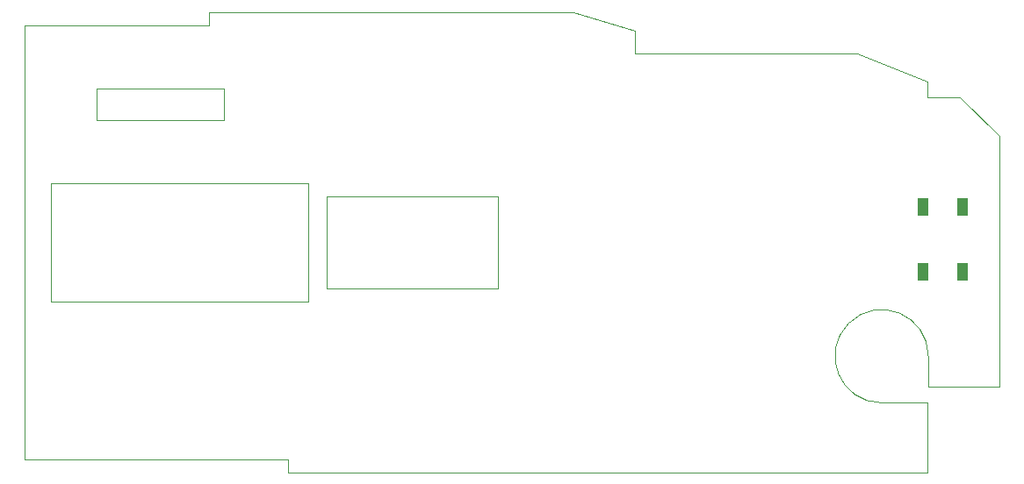
<source format=gbr>
G04 #@! TF.GenerationSoftware,KiCad,Pcbnew,5.99.0-unknown-d20d310~86~ubuntu18.04.1*
G04 #@! TF.CreationDate,2019-12-01T17:32:32+00:00*
G04 #@! TF.ProjectId,mouse8,6d6f7573-6538-42e6-9b69-6361645f7063,rev?*
G04 #@! TF.SameCoordinates,Original*
G04 #@! TF.FileFunction,Paste,Bot*
G04 #@! TF.FilePolarity,Positive*
%FSLAX46Y46*%
G04 Gerber Fmt 4.6, Leading zero omitted, Abs format (unit mm)*
G04 Created by KiCad (PCBNEW 5.99.0-unknown-d20d310~86~ubuntu18.04.1) date 2019-12-01 17:32:32*
%MOMM*%
%LPD*%
G04 APERTURE LIST*
%ADD10C,0.050000*%
%ADD11R,1.000000X1.700000*%
G04 APERTURE END LIST*
D10*
X94150000Y89606250D02*
X58980000Y89606250D01*
X100075000Y87831250D02*
X94150000Y89606250D01*
X100075000Y87831250D02*
X100075000Y85581250D01*
X131400000Y81356250D02*
X135175000Y77656250D01*
X128195000Y81351250D02*
X131400000Y81356250D01*
X128200000Y82906250D02*
X128195000Y81351250D01*
X121475000Y85581250D02*
X128200000Y82906250D01*
X100075000Y85581250D02*
X121475000Y85581250D01*
X128195000Y45156250D02*
X66600000Y45156250D01*
X135175000Y77656250D02*
X135180000Y53411250D01*
X128325000Y53431250D02*
X135180000Y53411250D01*
X128200000Y51856250D02*
X128195000Y45156250D01*
X128325000Y56356250D02*
X128325000Y53431250D01*
X123825000Y51856250D02*
X128200000Y51856250D01*
X123825000Y51856250D02*
G75*
G02X128325000Y56356250I0J4500000D01*
G01*
X48108800Y82189450D02*
X48108800Y79192250D01*
X60453200Y82189450D02*
X48108800Y82189450D01*
X60453200Y79192250D02*
X60453200Y82189450D01*
X48108800Y79192250D02*
X60453200Y79192250D01*
X43740000Y73096250D02*
X68505000Y73096250D01*
X70283000Y62936250D02*
X70283000Y71826250D01*
X86793000Y62936250D02*
X70283000Y62936250D01*
X86793000Y71826250D02*
X86793000Y62936250D01*
X70283000Y71826250D02*
X86793000Y71826250D01*
X66600000Y46426250D02*
X66600000Y45156250D01*
X41200000Y46426250D02*
X66600000Y46426250D01*
X58980000Y88336250D02*
X41200000Y88336250D01*
X58980000Y89606250D02*
X58980000Y88336250D01*
X43740000Y61666250D02*
X43740000Y62301250D01*
X68505000Y61666250D02*
X68505000Y62301250D01*
X68505000Y73096250D02*
X68505000Y62301250D01*
X43740000Y62301250D02*
X43740000Y73096250D01*
X68505000Y61666250D02*
X43740000Y61666250D01*
X41200000Y46426250D02*
X41200000Y88336250D01*
D11*
X127817800Y70790200D03*
X127817800Y64490200D03*
X131617800Y70790200D03*
X131617800Y64490200D03*
M02*

</source>
